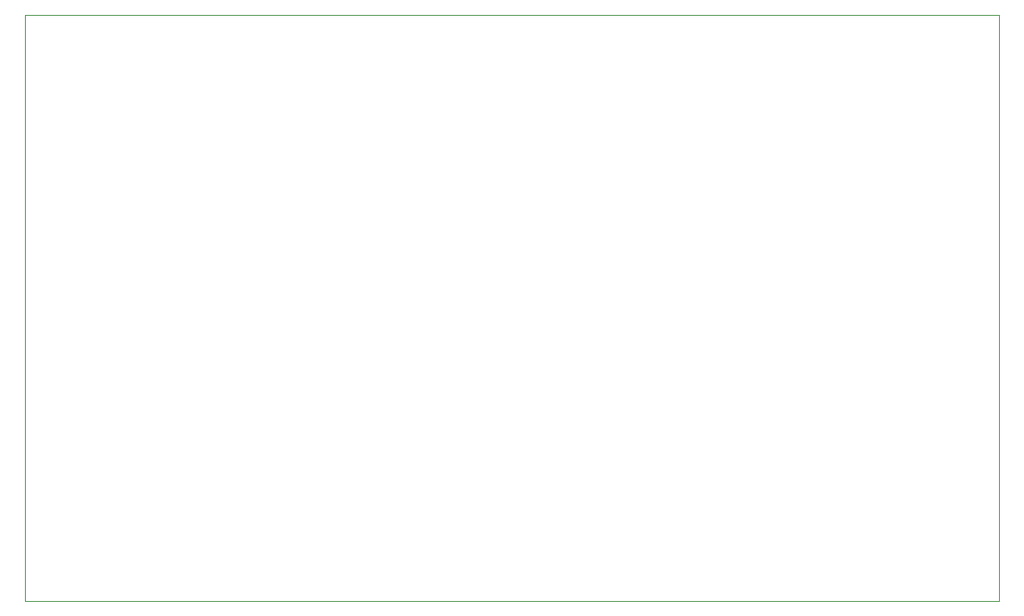
<source format=gbr>
%TF.GenerationSoftware,KiCad,Pcbnew,8.0.4*%
%TF.CreationDate,2024-08-25T15:35:27+02:00*%
%TF.ProjectId,LaserHarp3,4c617365-7248-4617-9270-332e6b696361,rev?*%
%TF.SameCoordinates,Original*%
%TF.FileFunction,Profile,NP*%
%FSLAX46Y46*%
G04 Gerber Fmt 4.6, Leading zero omitted, Abs format (unit mm)*
G04 Created by KiCad (PCBNEW 8.0.4) date 2024-08-25 15:35:27*
%MOMM*%
%LPD*%
G01*
G04 APERTURE LIST*
%TA.AperFunction,Profile*%
%ADD10C,0.100000*%
%TD*%
G04 APERTURE END LIST*
D10*
X77470000Y-60960000D02*
X176530000Y-60960000D01*
X176530000Y-120650000D01*
X77470000Y-120650000D01*
X77470000Y-60960000D01*
M02*

</source>
